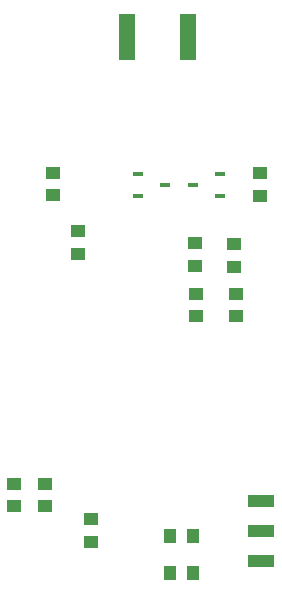
<source format=gbr>
G04 DipTrace 3.0.0.1*
G04 BottomPaste.gbr*
%MOIN*%
G04 #@! TF.FileFunction,Paste,Bot*
G04 #@! TF.Part,Single*
%ADD61R,0.051969X0.151969*%
%ADD67R,0.090551X0.03937*%
%ADD69R,0.033465X0.017717*%
%ADD83R,0.043307X0.051181*%
%ADD85R,0.051181X0.043307*%
%FSLAX26Y26*%
G04*
G70*
G90*
G75*
G01*
G04 BotPaste*
%LPD*%
D85*
X707743Y619029D3*
Y544226D3*
D83*
X1046851Y439108D3*
X972047D3*
X1046830Y562730D3*
X972026D3*
D85*
X1186352Y1535171D3*
Y1460368D3*
X666011Y1578740D3*
Y1503937D3*
D69*
X1139239Y1770998D3*
Y1696194D3*
X1048688Y1733596D3*
X865879Y1696194D3*
Y1770998D3*
X956431Y1733596D3*
D85*
X453019Y662336D3*
Y737139D3*
X556693Y737664D3*
Y662861D3*
X581628Y1773229D3*
Y1698425D3*
X1058137Y1370866D3*
Y1296063D3*
X1190158Y1370210D3*
Y1295407D3*
X1056562Y1463780D3*
Y1538583D3*
X1272835Y1771391D3*
Y1696588D3*
D67*
X1276509Y677953D3*
Y579528D3*
Y481103D3*
D61*
X829856Y2224679D3*
X1030250Y2226647D3*
M02*

</source>
